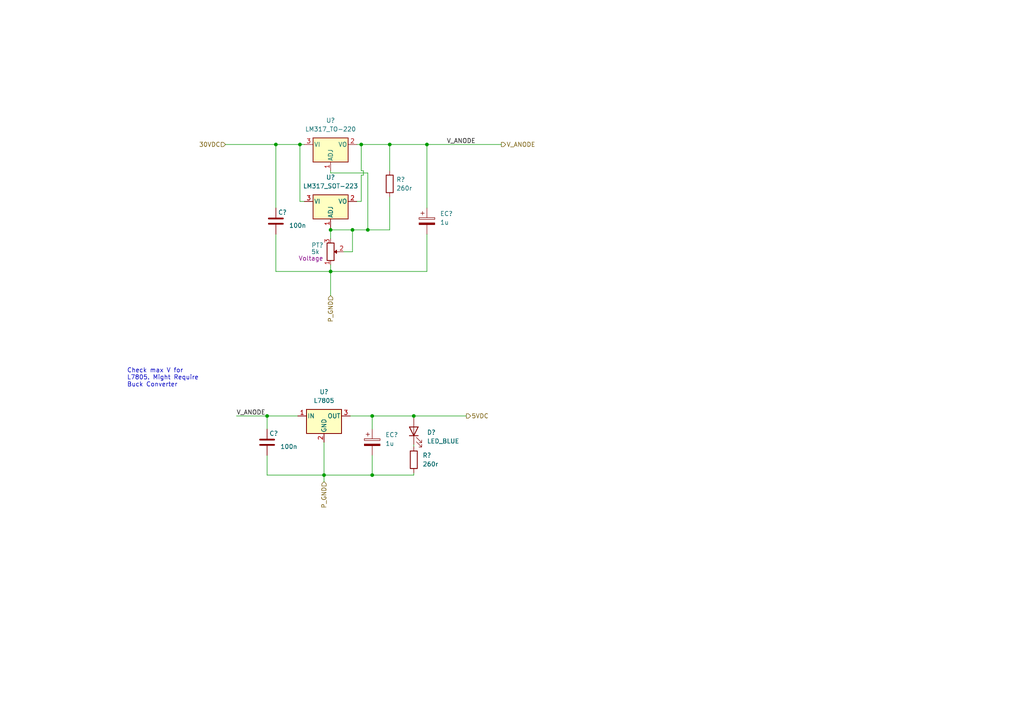
<source format=kicad_sch>
(kicad_sch (version 20211123) (generator eeschema)
  (paper "A4")
  (lib_symbols
    (symbol "000_Capacitor_Electrolytic_Immo:22u" (pin_numbers hide) (pin_names (offset 0.254))
      (property "Reference" "EC" (at 0.635 2.54 0))
      (property "Value" "22u" (at 0.635 -2.54 0))
      (symbol "22u_0_1"
        (rectangle (start -2.286 0.508) (end 2.286 1.016))
        (polyline (pts (xy -1.778 2.286) (xy -0.762 2.286)))
        (polyline (pts (xy -1.27 2.794) (xy -1.27 1.778)))
        (rectangle (start 2.286 -0.508) (end -2.286 -1.016) (fill (type outline)))
      )
      (symbol "22u_1_1"
        (pin passive line (at 0 3.81 270) (length 2.794) (name "~") (number "1"))
        (pin passive line (at 0 -3.81 90) (length 2.794) (name "~") (number "2"))
      )
    )
    (symbol "000_Capacitor_Film_Immo:cap_film_0805" (pin_numbers hide) (pin_names (offset 0.254))
      (property "Reference" "C" (at 0.635 2.54 0))
      (property "Value" "cap_film_0805" (at 0.635 -2.54 0))
      (symbol "cap_film_0805_0_1"
        (polyline (pts (xy -2.032 -0.762) (xy 2.032 -0.762)) (stroke (width 0.508)))
        (polyline (pts (xy -2.032 0.762) (xy 2.032 0.762)) (stroke (width 0.508)))
      )
      (symbol "cap_film_0805_1_1"
        (pin passive line (at 0 3.81 270) (length 2.794) (name "~") (number "1"))
        (pin passive line (at 0 -3.81 90) (length 2.794) (name "~") (number "2"))
      )
    )
    (symbol "000_Diodes_Immo:LED_0805_smd" (pin_numbers hide) (pin_names (offset 1.016) hide)
      (property "Reference" "D" (at 0 2.54 0))
      (property "Value" "LED_0805_smd" (at 0 -3.81 0))
      (symbol "LED_0805_smd_0_1"
        (polyline (pts (xy -1.27 -1.27) (xy -1.27 1.27)) (stroke (width 0.254)))
        (polyline (pts (xy -1.27 0) (xy 1.27 0)))
        (polyline (pts (xy 1.27 -1.27) (xy 1.27 1.27) (xy -1.27 0) (xy 1.27 -1.27)) (stroke (width 0.254)))
        (polyline (pts (xy -3.048 -0.762) (xy -4.572 -2.286) (xy -3.81 -2.286) (xy -4.572 -2.286) (xy -4.572 -1.524)))
        (polyline (pts (xy -1.778 -0.762) (xy -3.302 -2.286) (xy -2.54 -2.286) (xy -3.302 -2.286) (xy -3.302 -1.524)))
      )
      (symbol "LED_0805_smd_1_1"
        (pin passive line (at -3.81 0 0) (length 2.54) (name "K") (number "1"))
        (pin passive line (at 3.81 0 180) (length 2.54) (name "A") (number "2"))
      )
    )
    (symbol "000_Resistors_Immo:Potentiometer" (pin_names (offset 1.016) hide)
      (property "Reference" "PT" (at 4.318 7.112 0))
      (property "Value" "Potentiometer" (at 9.652 5.08 0))
      (property "Control" "Current" (at 6.35 3.048 0))
      (symbol "Potentiometer_0_1"
        (polyline (pts (xy 2.54 0) (xy 1.524 0)))
        (polyline (pts (xy 1.016 0) (xy 1.778 0.508) (xy 1.778 -0.508) (xy 1.016 0)) (fill (type outline)))
        (rectangle (start 1.016 2.54) (end -1.016 -2.54) (stroke (width 0.254)))
      )
      (symbol "Potentiometer_1_1"
        (pin passive line (at 0 3.81 270) (length 1.27) (name "1") (number "1"))
        (pin passive line (at 3.81 0 180) (length 1.27) (name "2") (number "2"))
        (pin passive line (at 0 -3.81 90) (length 1.27) (name "3") (number "3"))
      )
    )
    (symbol "000_Resistors_Immo:Resistor_0805" (pin_numbers hide) (pin_names (offset 0))
      (property "Reference" "R?" (at -2.54 3.81 0))
      (property "Value" "Resistor_0805" (at -5.08 2.54 0))
      (symbol "Resistor_0805_0_1"
        (rectangle (start 2.54 -1.016) (end -2.54 1.016) (stroke (width 0.254)))
      )
      (symbol "Resistor_0805_1_1"
        (pin passive line (at -3.81 0 0) (length 1.27) (name "~") (number "1"))
        (pin passive line (at 3.81 0 180) (length 1.27) (name "~") (number "2"))
      )
    )
    (symbol "Regulator_Linear:L7805" (pin_names (offset 0.254))
      (property "Reference" "U" (at -3.81 3.175 0))
      (property "Value" "L7805" (at 0 3.175 0))
      (symbol "L7805_0_1"
        (rectangle (start -5.08 1.905) (end 5.08 -5.08) (stroke (width 0.254)) (fill (type background)))
      )
      (symbol "L7805_1_1"
        (pin power_in line (at -7.62 0 0) (length 2.54) (name "IN") (number "1"))
        (pin power_in line (at 0 -7.62 90) (length 2.54) (name "GND") (number "2"))
        (pin power_out line (at 7.62 0 180) (length 2.54) (name "OUT") (number "3"))
      )
    )
    (symbol "Regulator_Linear:LM317_SOT-223" (pin_names (offset 0.254))
      (property "Reference" "U" (at -3.81 3.175 0))
      (property "Value" "LM317_SOT-223" (at 0 3.175 0))
      (symbol "LM317_SOT-223_0_1"
        (rectangle (start -5.08 1.905) (end 5.08 -5.08) (stroke (width 0.254)) (fill (type background)))
      )
      (symbol "LM317_SOT-223_1_1"
        (pin input line (at 0 -7.62 90) (length 2.54) (name "ADJ") (number "1"))
        (pin power_out line (at 7.62 0 180) (length 2.54) (name "VO") (number "2"))
        (pin power_in line (at -7.62 0 0) (length 2.54) (name "VI") (number "3"))
      )
    )
    (symbol "Regulator_Linear:LM317_TO-220" (pin_names (offset 0.254))
      (property "Reference" "U" (at -3.81 3.175 0))
      (property "Value" "LM317_TO-220" (at 0 3.175 0))
      (symbol "LM317_TO-220_0_1"
        (rectangle (start -5.08 1.905) (end 5.08 -5.08) (stroke (width 0.254)) (fill (type background)))
      )
      (symbol "LM317_TO-220_1_1"
        (pin input line (at 0 -7.62 90) (length 2.54) (name "ADJ") (number "1"))
        (pin power_out line (at 7.62 0 180) (length 2.54) (name "VO") (number "2"))
        (pin power_in line (at -7.62 0 0) (length 2.54) (name "VI") (number "3"))
      )
    )
  )
  (junction (at 106.68 66.675))
  (junction (at 102.235 66.675))
  (junction (at 77.47 120.65))
  (junction (at 95.885 66.675))
  (junction (at 95.885 78.74))
  (junction (at 80.01 41.91))
  (junction (at 120.015 120.65))
  (junction (at 86.995 41.91))
  (junction (at 107.95 120.65))
  (junction (at 93.98 137.795))
  (junction (at 107.95 137.795))
  (junction (at 113.03 41.91))
  (junction (at 123.825 41.91))
  (junction (at 104.775 41.91))
  (wire (pts (xy 103.505 58.42) (xy 104.775 58.42)))
  (wire (pts (xy 93.98 137.795) (xy 107.95 137.795)))
  (wire (pts (xy 104.775 58.42) (xy 104.775 50.8)))
  (wire (pts (xy 120.015 120.65) (xy 120.015 121.285)))
  (wire (pts (xy 120.015 120.65) (xy 135.255 120.65)))
  (wire (pts (xy 86.995 41.91) (xy 86.995 58.42)))
  (wire (pts (xy 80.01 67.945) (xy 80.01 78.74)))
  (wire (pts (xy 80.01 60.325) (xy 80.01 41.91)))
  (wire (pts (xy 95.885 66.675) (xy 95.885 66.04)))
  (wire (pts (xy 102.235 73.025) (xy 102.235 66.675)))
  (wire (pts (xy 95.885 66.675) (xy 95.885 69.215)))
  (wire (pts (xy 104.775 41.91) (xy 103.505 41.91)))
  (wire (pts (xy 104.775 49.53) (xy 104.775 41.91)))
  (wire (pts (xy 95.885 50.165) (xy 106.68 50.165)))
  (wire (pts (xy 80.01 41.91) (xy 86.995 41.91)))
  (wire (pts (xy 80.01 78.74) (xy 95.885 78.74)))
  (wire (pts (xy 123.825 60.325) (xy 123.825 41.91)))
  (wire (pts (xy 105.41 49.53) (xy 104.775 49.53)))
  (wire (pts (xy 77.47 137.795) (xy 93.98 137.795)))
  (wire (pts (xy 105.41 50.8) (xy 105.41 49.53)))
  (wire (pts (xy 93.98 137.795) (xy 93.98 139.7)))
  (wire (pts (xy 113.03 41.91) (xy 104.775 41.91)))
  (wire (pts (xy 107.95 120.65) (xy 101.6 120.65)))
  (wire (pts (xy 123.825 67.945) (xy 123.825 78.74)))
  (wire (pts (xy 99.695 73.025) (xy 102.235 73.025)))
  (wire (pts (xy 107.95 137.795) (xy 120.015 137.795)))
  (wire (pts (xy 95.885 76.835) (xy 95.885 78.74)))
  (wire (pts (xy 107.95 132.08) (xy 107.95 137.795)))
  (wire (pts (xy 77.47 132.08) (xy 77.47 137.795)))
  (wire (pts (xy 123.825 41.91) (xy 145.415 41.91)))
  (wire (pts (xy 77.47 120.65) (xy 86.36 120.65)))
  (wire (pts (xy 113.03 41.91) (xy 123.825 41.91)))
  (wire (pts (xy 120.015 137.16) (xy 120.015 137.795)))
  (wire (pts (xy 106.68 50.165) (xy 106.68 66.675)))
  (wire (pts (xy 65.405 41.91) (xy 80.01 41.91)))
  (wire (pts (xy 102.235 66.675) (xy 95.885 66.675)))
  (wire (pts (xy 120.015 128.905) (xy 120.015 129.54)))
  (wire (pts (xy 113.03 49.53) (xy 113.03 41.91)))
  (wire (pts (xy 104.775 50.8) (xy 105.41 50.8)))
  (wire (pts (xy 95.885 78.74) (xy 95.885 85.725)))
  (wire (pts (xy 106.68 66.675) (xy 102.235 66.675)))
  (wire (pts (xy 123.825 78.74) (xy 95.885 78.74)))
  (wire (pts (xy 77.47 124.46) (xy 77.47 120.65)))
  (wire (pts (xy 86.995 58.42) (xy 88.265 58.42)))
  (wire (pts (xy 95.885 49.53) (xy 95.885 50.165)))
  (wire (pts (xy 88.265 41.91) (xy 86.995 41.91)))
  (wire (pts (xy 113.03 66.675) (xy 106.68 66.675)))
  (wire (pts (xy 107.95 124.46) (xy 107.95 120.65)))
  (wire (pts (xy 113.03 57.15) (xy 113.03 66.675)))
  (wire (pts (xy 93.98 128.27) (xy 93.98 137.795)))
  (wire (pts (xy 68.58 120.65) (xy 77.47 120.65)))
  (wire (pts (xy 107.95 120.65) (xy 120.015 120.65)))
  (text "Check max V for\nL7805. Might Require\nBuck Converter" (at 36.83 112.395 0) (effects (font (size 1.27 1.27)) (justify left bottom)))
  (label "V_ANODE" (at 129.54 41.91 0))
  (label "V_ANODE" (at 68.58 120.65 0))
  (hierarchical_label "P_GND" (shape input) (at 95.885 85.725 270))
  (hierarchical_label "5VDC" (shape output) (at 135.255 120.65 0))
  (hierarchical_label "30VDC" (shape input) (at 65.405 41.91 180))
  (hierarchical_label "V_ANODE" (shape output) (at 145.415 41.91 0))
  (hierarchical_label "P_GND" (shape input) (at 93.98 139.7 270))
  (symbol (lib_id "000_Capacitor_Film_Immo:cap_film_0805") (at 80.01 64.135 0) (unit 1)
    (property "Reference" "C?" (at 80.645 61.595 0) (effects (justify left)))
    (property "Value" "100n" (at 83.82 65.4049 0) (effects (justify left)))
    (property "Footprint" "Capacitor_SMD:C_0805_2012Metric_Pad1.18x1.45mm_HandSolder" (effects hide))
  )
  (symbol (lib_id "000_Resistors_Immo:Potentiometer") (at 95.885 73.025 0) (mirror x) (unit 1)
    (property "Reference" "PT?" (at 92.075 71.12 0))
    (property "Value" "5k" (at 92.71 73.025 0) (effects (justify right)))
    (property "Footprint" "Potentiometer_THT:Potentiometer_Alpha_RD901F-40-00D_Single_Vertical_CircularHoles" (effects hide))
    (property "Control" "Voltage" (at 90.17 74.93 0))
  )
  (symbol (lib_id "Regulator_Linear:LM317_SOT-223") (at 95.885 58.42 0) (unit 1)
    (property "Reference" "U?" (at 95.885 51.435 0))
    (property "Value" "LM317_SOT-223" (at 95.885 53.975 0))
    (property "Footprint" "Package_TO_SOT_SMD:SOT-223-3_TabPin2" (effects hide))
    (property "Datasheet" "http://www.ti.com/lit/ds/symlink/lm317.pdf" (effects hide))
  )
  (symbol (lib_id "000_Diodes_Immo:LED_0805_smd") (at 120.015 125.095 90) (unit 1)
    (property "Reference" "D?" (at 123.825 125.4124 90) (effects (justify right)))
    (property "Value" "LED_BLUE" (at 123.825 127.9524 90) (effects (justify right)))
    (property "Footprint" "Diode_SMD:D_0805_2012Metric_Pad1.15x1.40mm_HandSolder" (effects hide))
  )
  (symbol (lib_id "000_Capacitor_Film_Immo:cap_film_0805") (at 77.47 128.27 0) (unit 1)
    (property "Reference" "C?" (at 78.105 125.73 0) (effects (justify left)))
    (property "Value" "100n" (at 81.28 129.5399 0) (effects (justify left)))
    (property "Footprint" "Capacitor_SMD:C_0805_2012Metric_Pad1.18x1.45mm_HandSolder" (effects hide))
  )
  (symbol (lib_id "000_Capacitor_Electrolytic_Immo:22u") (at 123.825 64.135 0) (unit 1)
    (property "Reference" "EC?" (at 127.635 61.9759 0) (effects (justify left)))
    (property "Value" "1u" (at 127.635 64.5159 0) (effects (justify left)))
    (property "Footprint" "Capacitor_SMD:CP_Elec_6.3x5.9" (effects hide))
  )
  (symbol (lib_id "000_Resistors_Immo:Resistor_0805") (at 120.015 133.35 90) (unit 1)
    (property "Reference" "R?" (at 122.555 132.0799 90) (effects (justify right)))
    (property "Value" "260r" (at 122.555 134.6199 90) (effects (justify right)))
    (property "Footprint" "Resistor_SMD:R_0805_2012Metric_Pad1.20x1.40mm_HandSolder" (effects hide))
  )
  (symbol (lib_id "000_Capacitor_Electrolytic_Immo:22u") (at 107.95 128.27 0) (unit 1)
    (property "Reference" "EC?" (at 111.76 126.1109 0) (effects (justify left)))
    (property "Value" "1u" (at 111.76 128.6509 0) (effects (justify left)))
    (property "Footprint" "Capacitor_SMD:CP_Elec_6.3x5.9" (effects hide))
  )
  (symbol (lib_id "000_Resistors_Immo:Resistor_0805") (at 113.03 53.34 90) (unit 1)
    (property "Reference" "R?" (at 114.935 52.0699 90) (effects (justify right)))
    (property "Value" "260r" (at 114.935 54.6099 90) (effects (justify right)))
    (property "Footprint" "Resistor_SMD:R_0805_2012Metric_Pad1.20x1.40mm_HandSolder" (effects hide))
  )
  (symbol (lib_id "Regulator_Linear:L7805") (at 93.98 120.65 0) (unit 1)
    (property "Reference" "U?" (at 93.98 113.665 0))
    (property "Value" "L7805" (at 93.98 116.205 0))
    (property "Footprint" "Package_TO_SOT_THT:TO-220F-3_Horizontal_TabDown" (effects hide))
    (property "Datasheet" "http://www.st.com/content/ccc/resource/technical/document/datasheet/41/4f/b3/b0/12/d4/47/88/CD00000444.pdf/files/CD00000444.pdf/jcr:content/translations/en.CD00000444.pdf" (effects hide))
  )
  (symbol (lib_id "Regulator_Linear:LM317_TO-220") (at 95.885 41.91 0) (unit 1)
    (property "Reference" "U?" (at 95.885 34.925 0))
    (property "Value" "LM317_TO-220" (at 95.885 37.465 0))
    (property "Footprint" "Package_TO_SOT_THT:TO-220-3_Vertical" (effects hide))
    (property "Datasheet" "http://www.ti.com/lit/ds/symlink/lm317.pdf" (effects hide))
  )
)
</source>
